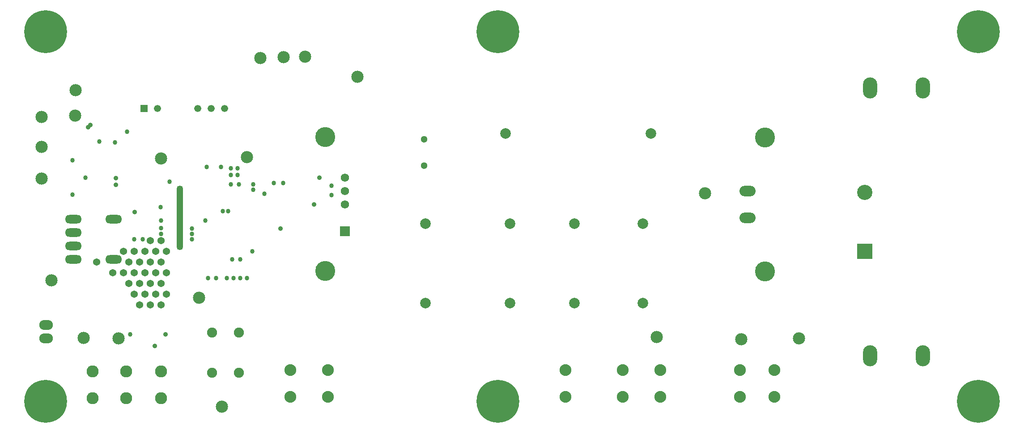
<source format=gbs>
G04*
G04 #@! TF.GenerationSoftware,Altium Limited,Altium Designer,21.1.1 (26)*
G04*
G04 Layer_Color=16711935*
%FSLAX25Y25*%
%MOIN*%
G70*
G04*
G04 #@! TF.SameCoordinates,8D04C4F7-E2C1-42FD-A476-B4637558DBC3*
G04*
G04*
G04 #@! TF.FilePolarity,Negative*
G04*
G01*
G75*
%ADD58C,0.09094*%
%ADD59C,0.07480*%
%ADD60C,0.14905*%
%ADD61C,0.05118*%
%ADD64C,0.08839*%
%ADD65R,0.11344X0.11344*%
%ADD66C,0.11344*%
%ADD67O,0.12000X0.07874*%
%ADD68C,0.07874*%
%ADD69O,0.10630X0.15748*%
%ADD70O,0.10236X0.07284*%
%ADD71O,0.04937X0.48244*%
%ADD72C,0.31890*%
%ADD73O,0.12394X0.06394*%
%ADD74C,0.08957*%
%ADD75C,0.05236*%
%ADD76R,0.05236X0.05236*%
%ADD77C,0.03394*%
%ADD78C,0.05394*%
%ADD79C,0.03594*%
%ADD102C,0.06200*%
%ADD103R,0.07200X0.07200*%
D58*
X124500Y70000D02*
D03*
X98500Y70500D02*
D03*
X201500Y19000D02*
D03*
X631500Y70000D02*
D03*
X588500Y69500D02*
D03*
X525500Y71000D02*
D03*
X302500Y265500D02*
D03*
X67000Y189500D02*
D03*
Y235500D02*
D03*
Y213000D02*
D03*
X92500Y255500D02*
D03*
X92000Y236500D02*
D03*
X184500Y100500D02*
D03*
X74500Y113500D02*
D03*
X263500Y280500D02*
D03*
X230000Y279500D02*
D03*
X247500Y280000D02*
D03*
X561500Y178500D02*
D03*
X156000Y204500D02*
D03*
X220000Y205500D02*
D03*
D59*
X214000Y44500D02*
D03*
X194000D02*
D03*
Y74500D02*
D03*
X214000D02*
D03*
D60*
X606000Y120000D02*
D03*
Y220000D02*
D03*
X278500Y120200D02*
D03*
Y220200D02*
D03*
D61*
X352000Y199158D02*
D03*
Y218843D02*
D03*
D64*
X613000Y26500D02*
D03*
Y46500D02*
D03*
X280500Y26500D02*
D03*
Y46500D02*
D03*
X500000D02*
D03*
Y26500D02*
D03*
X587500Y46500D02*
D03*
Y26500D02*
D03*
X528000Y46500D02*
D03*
Y26500D02*
D03*
X457500Y46500D02*
D03*
Y26500D02*
D03*
X252500Y46500D02*
D03*
Y26500D02*
D03*
D65*
X680549Y135100D02*
D03*
D66*
Y178900D02*
D03*
D67*
X593000Y159894D02*
D03*
Y180000D02*
D03*
D68*
X464000Y96472D02*
D03*
Y155528D02*
D03*
X515000Y96472D02*
D03*
Y155528D02*
D03*
X416000Y96472D02*
D03*
Y155528D02*
D03*
X412866Y223000D02*
D03*
X521134D02*
D03*
X353000Y96472D02*
D03*
Y155528D02*
D03*
D69*
X723685Y257000D02*
D03*
X684315D02*
D03*
X723685Y57000D02*
D03*
X684315D02*
D03*
D70*
X70500Y80000D02*
D03*
Y70000D02*
D03*
D71*
X170000Y160000D02*
D03*
D72*
X407000Y299000D02*
D03*
X70200Y23000D02*
D03*
Y299000D02*
D03*
X765000Y23000D02*
D03*
Y299000D02*
D03*
X407000Y23000D02*
D03*
D73*
X120600Y159100D02*
D03*
Y129100D02*
D03*
X90600D02*
D03*
Y139100D02*
D03*
Y149100D02*
D03*
Y159100D02*
D03*
D74*
X156200Y25200D02*
D03*
Y45200D02*
D03*
X130200Y25200D02*
D03*
Y45200D02*
D03*
X105200Y25200D02*
D03*
Y45200D02*
D03*
D75*
X193394Y241642D02*
D03*
X203395D02*
D03*
X183395D02*
D03*
X153394D02*
D03*
D76*
X143394D02*
D03*
D77*
X224787Y185000D02*
D03*
Y181000D02*
D03*
X191000Y115000D02*
D03*
X197000D02*
D03*
X210000D02*
D03*
X205000D02*
D03*
X209000Y129000D02*
D03*
X179000Y144000D02*
D03*
X99828Y189900D02*
D03*
X202000Y165000D02*
D03*
X189000Y158000D02*
D03*
X90000Y203000D02*
D03*
X156000Y152500D02*
D03*
Y158000D02*
D03*
X206000Y165000D02*
D03*
X200787Y198000D02*
D03*
X208000Y197000D02*
D03*
Y192000D02*
D03*
X213000D02*
D03*
X214000Y185000D02*
D03*
X213000Y197000D02*
D03*
X208000Y185000D02*
D03*
X190000Y198000D02*
D03*
X179000Y148000D02*
D03*
X110200Y217000D02*
D03*
X179000Y152000D02*
D03*
X283000Y177000D02*
D03*
Y184000D02*
D03*
X247000Y186000D02*
D03*
X240000D02*
D03*
X233000Y178000D02*
D03*
X224000Y135000D02*
D03*
X215000Y129000D02*
D03*
X156000Y148000D02*
D03*
X220000Y115000D02*
D03*
X215000D02*
D03*
X162500Y187000D02*
D03*
X90000Y177200D02*
D03*
X121900Y216400D02*
D03*
X130600Y224200D02*
D03*
X142500Y144100D02*
D03*
X136000D02*
D03*
X155700Y168100D02*
D03*
X133000Y73000D02*
D03*
D78*
X156000Y143000D02*
D03*
X160000Y135000D02*
D03*
X156000Y127000D02*
D03*
X160000Y119000D02*
D03*
X156000Y111000D02*
D03*
X160000Y103000D02*
D03*
X156000Y95000D02*
D03*
X148000Y143000D02*
D03*
X152000Y135000D02*
D03*
X148000Y127000D02*
D03*
X152000Y119000D02*
D03*
X148000Y111000D02*
D03*
X152000Y103000D02*
D03*
X148000Y95000D02*
D03*
X144000Y135000D02*
D03*
X140000Y127000D02*
D03*
X144000Y119000D02*
D03*
X140000Y111000D02*
D03*
X144000Y103000D02*
D03*
X140000Y95000D02*
D03*
X136000Y135000D02*
D03*
X132000Y127000D02*
D03*
X136000Y119000D02*
D03*
X132000Y111000D02*
D03*
X136000Y103000D02*
D03*
X128000Y135000D02*
D03*
Y119000D02*
D03*
X120000D02*
D03*
X108000Y127000D02*
D03*
D79*
X122563Y184563D02*
D03*
Y189562D02*
D03*
X500000Y47500D02*
D03*
X245000Y152000D02*
D03*
X270000Y170000D02*
D03*
X274000Y190000D02*
D03*
X103500Y229500D02*
D03*
X101600Y227600D02*
D03*
X151500Y64500D02*
D03*
X159500Y73000D02*
D03*
X136500Y164500D02*
D03*
D102*
X293000Y170000D02*
D03*
Y190000D02*
D03*
Y180000D02*
D03*
D103*
Y150000D02*
D03*
M02*

</source>
